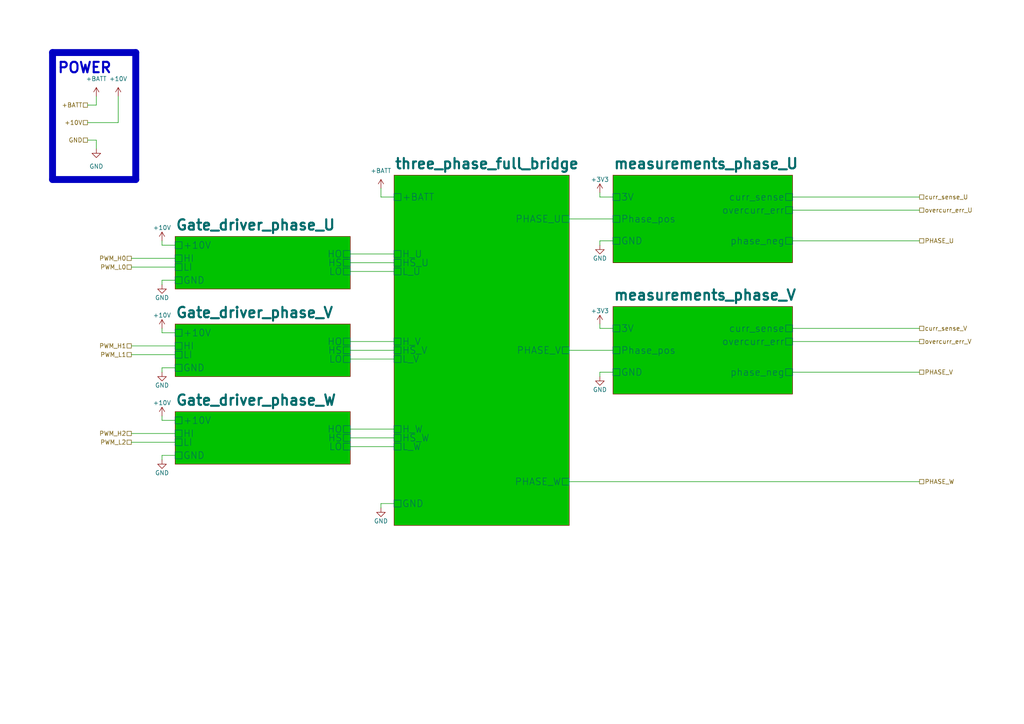
<source format=kicad_sch>
(kicad_sch (version 20211123) (generator eeschema)
  (paper "A4")
  (title_block (title "Powerstage") (date "2022-07-21") (rev "1"))
  (lib_symbols
    (symbol "power:+10V" (power) (pin_names (offset 0))
      (property "Value" "+10V" (at 0 3.556 0))
      (symbol "+10V_0_1"
        (polyline (pts (xy -0.762 1.27) (xy 0 2.54)))
        (polyline (pts (xy 0 0) (xy 0 2.54)))
        (polyline (pts (xy 0 2.54) (xy 0.762 1.27)))
      )
      (symbol "+10V_1_1"
        (pin power_in line (at 0 0 90) (length 0) hide (name "+10V") (number "1"))
      )
    )
    (symbol "power:+3V3" (power) (pin_names (offset 0))
      (property "Value" "+3V3" (at 0 3.556 0))
      (symbol "+3V3_0_1"
        (polyline (pts (xy -0.762 1.27) (xy 0 2.54)))
        (polyline (pts (xy 0 0) (xy 0 2.54)))
        (polyline (pts (xy 0 2.54) (xy 0.762 1.27)))
      )
      (symbol "+3V3_1_1"
        (pin power_in line (at 0 0 90) (length 0) hide (name "+3V3") (number "1"))
      )
    )
    (symbol "power:+BATT" (power) (pin_names (offset 0))
      (property "Value" "+BATT" (at 0 3.556 0))
      (symbol "+BATT_0_1"
        (polyline (pts (xy -0.762 1.27) (xy 0 2.54)))
        (polyline (pts (xy 0 0) (xy 0 2.54)))
        (polyline (pts (xy 0 2.54) (xy 0.762 1.27)))
      )
      (symbol "+BATT_1_1"
        (pin power_in line (at 0 0 90) (length 0) hide (name "+BATT") (number "1"))
      )
    )
    (symbol "power:GND" (power) (pin_names (offset 0))
      (property "Value" "GND" (at 0 -3.81 0))
      (symbol "GND_0_1"
        (polyline (pts (xy 0 0) (xy 0 -1.27) (xy 1.27 -1.27) (xy 0 -2.54) (xy -1.27 -1.27) (xy 0 -1.27)))
      )
      (symbol "GND_1_1"
        (pin power_in line (at 0 0 270) (length 0) hide (name "GND") (number "1"))
      )
    )
  )
  (wire (pts (xy 46.99 96.52) (xy 50.8 96.52)))
  (wire (pts (xy 46.99 71.12) (xy 46.99 69.85)))
  (wire (pts (xy 25.4 35.56) (xy 34.29 35.56)))
  (wire (pts (xy 101.6 73.66) (xy 114.3 73.66)))
  (wire (pts (xy 46.99 132.08) (xy 46.99 133.35)))
  (wire (pts (xy 173.99 95.25) (xy 177.8 95.25)))
  (wire (pts (xy 177.8 69.85) (xy 173.99 69.85)))
  (wire (pts (xy 110.49 146.05) (xy 110.49 147.32)))
  (wire (pts (xy 101.6 129.54) (xy 114.3 129.54)))
  (wire (pts (xy 46.99 96.52) (xy 46.99 95.25)))
  (wire (pts (xy 173.99 55.88) (xy 173.99 57.15)))
  (wire (pts (xy 46.99 71.12) (xy 50.8 71.12)))
  (wire (pts (xy 38.1 74.93) (xy 50.8 74.93)))
  (wire (pts (xy 101.6 101.6) (xy 114.3 101.6)))
  (wire (pts (xy 177.8 107.95) (xy 173.99 107.95)))
  (wire (pts (xy 46.99 132.08) (xy 50.8 132.08)))
  (wire (pts (xy 101.6 127) (xy 114.3 127)))
  (polyline (pts (xy 15.24 15.24) (xy 15.24 52.07)) (stroke (width 2) (type solid)))
  (wire (pts (xy 173.99 107.95) (xy 173.99 109.22)))
  (wire (pts (xy 101.6 124.46) (xy 114.3 124.46)))
  (wire (pts (xy 229.87 57.15) (xy 266.7 57.15)))
  (wire (pts (xy 165.1 101.6) (xy 177.8 101.6)))
  (polyline (pts (xy 15.24 15.24) (xy 39.37 15.24)) (stroke (width 2) (type solid)))
  (wire (pts (xy 110.49 54.61) (xy 110.49 57.15)))
  (wire (pts (xy 38.1 100.33) (xy 50.8 100.33)))
  (wire (pts (xy 101.6 104.14) (xy 114.3 104.14)))
  (wire (pts (xy 38.1 102.87) (xy 50.8 102.87)))
  (wire (pts (xy 110.49 57.15) (xy 114.3 57.15)))
  (wire (pts (xy 46.99 121.92) (xy 46.99 120.65)))
  (wire (pts (xy 46.99 106.68) (xy 46.99 107.95)))
  (wire (pts (xy 229.87 107.95) (xy 266.7 107.95)))
  (wire (pts (xy 229.87 95.25) (xy 266.7 95.25)))
  (wire (pts (xy 25.4 40.64) (xy 27.94 40.64)))
  (wire (pts (xy 38.1 77.47) (xy 50.8 77.47)))
  (polyline (pts (xy 15.24 52.07) (xy 39.37 52.07)) (stroke (width 2) (type solid)))
  (wire (pts (xy 173.99 93.98) (xy 173.99 95.25)))
  (polyline (pts (xy 39.37 52.07) (xy 39.37 15.24)) (stroke (width 2) (type solid)))
  (wire (pts (xy 173.99 57.15) (xy 177.8 57.15)))
  (wire (pts (xy 38.1 128.27) (xy 50.8 128.27)))
  (wire (pts (xy 46.99 121.92) (xy 50.8 121.92)))
  (wire (pts (xy 173.99 69.85) (xy 173.99 71.12)))
  (wire (pts (xy 27.94 27.94) (xy 27.94 30.48)))
  (wire (pts (xy 114.3 146.05) (xy 110.49 146.05)))
  (wire (pts (xy 27.94 40.64) (xy 27.94 43.18)))
  (wire (pts (xy 50.8 81.28) (xy 46.99 81.28)))
  (wire (pts (xy 101.6 76.2) (xy 114.3 76.2)))
  (wire (pts (xy 229.87 60.96) (xy 266.7 60.96)))
  (wire (pts (xy 165.1 63.5) (xy 177.8 63.5)))
  (wire (pts (xy 229.87 99.06) (xy 266.7 99.06)))
  (wire (pts (xy 38.1 125.73) (xy 50.8 125.73)))
  (wire (pts (xy 34.29 35.56) (xy 34.29 27.94)))
  (wire (pts (xy 46.99 106.68) (xy 50.8 106.68)))
  (wire (pts (xy 101.6 78.74) (xy 114.3 78.74)))
  (wire (pts (xy 165.1 139.7) (xy 266.7 139.7)))
  (wire (pts (xy 229.87 69.85) (xy 266.7 69.85)))
  (wire (pts (xy 46.99 81.28) (xy 46.99 82.55)))
  (wire (pts (xy 101.6 99.06) (xy 114.3 99.06)))
  (wire (pts (xy 27.94 30.48) (xy 25.4 30.48)))
  (text "POWER" (at 16.51 21.59 0) (effects (font (size 3 3) bold) (justify left bottom)))
  (hierarchical_label "GND" (shape passive) (at 25.4 40.64 180))
  (hierarchical_label "+10V" (shape passive) (at 25.4 35.56 180))
  (hierarchical_label "PHASE_V" (shape passive) (at 266.7 107.95 0))
  (hierarchical_label "PWM_H0" (shape passive) (at 38.1 74.93 180))
  (hierarchical_label "PWM_H2" (shape passive) (at 38.1 125.73 180))
  (hierarchical_label "PHASE_W" (shape passive) (at 266.7 139.7 0))
  (hierarchical_label "curr_sense_V" (shape passive) (at 266.7 95.25 0))
  (hierarchical_label "overcurr_err_V" (shape passive) (at 266.7 99.06 0))
  (hierarchical_label "PWM_L1" (shape passive) (at 38.1 102.87 180))
  (hierarchical_label "+BATT" (shape passive) (at 25.4 30.48 180))
  (hierarchical_label "PWM_L0" (shape passive) (at 38.1 77.47 180))
  (hierarchical_label "PWM_L2" (shape passive) (at 38.1 128.27 180))
  (hierarchical_label "curr_sense_U" (shape passive) (at 266.7 57.15 0))
  (hierarchical_label "overcurr_err_U" (shape passive) (at 266.7 60.96 0))
  (hierarchical_label "PHASE_U" (shape passive) (at 266.7 69.85 0))
  (hierarchical_label "PWM_H1" (shape passive) (at 38.1 100.33 180))
  (symbol (lib_id "power:+10V") (at 34.29 27.94 0) (unit 1)
    (property "Reference" "#PWR057" (effects hide))
    (property "Value" "+10V" (at 34.29 22.86 0))
  )
  (symbol (lib_id "power:GND") (at 46.99 133.35 0) (unit 1)
    (property "Reference" "#PWR063" (effects hide))
    (property "Value" "GND" (at 46.99 137.16 0))
  )
  (symbol (lib_id "power:GND") (at 173.99 71.12 0) (unit 1)
    (property "Reference" "#PWR067" (effects hide))
    (property "Value" "GND" (at 173.99 74.93 0))
  )
  (symbol (lib_id "power:+BATT") (at 110.49 54.61 0) (unit 1)
    (property "Reference" "#PWR0104" (effects hide))
    (property "Value" "+BATT" (at 110.49 49.53 0))
  )
  (symbol (lib_id "power:+10V") (at 46.99 95.25 0) (unit 1)
    (property "Reference" "#PWR060" (effects hide))
    (property "Value" "+10V" (at 46.99 91.44 0))
  )
  (symbol (lib_id "power:+10V") (at 46.99 69.85 0) (unit 1)
    (property "Reference" "#PWR058" (effects hide))
    (property "Value" "+10V" (at 46.99 66.04 0))
  )
  (symbol (lib_id "power:+10V") (at 46.99 120.65 0) (unit 1)
    (property "Reference" "#PWR062" (effects hide))
    (property "Value" "+10V" (at 46.99 116.84 0))
  )
  (symbol (lib_id "power:GND") (at 110.49 147.32 0) (unit 1)
    (property "Reference" "#PWR065" (effects hide))
    (property "Value" "GND" (at 110.49 151.13 0))
  )
  (symbol (lib_id "power:GND") (at 46.99 82.55 0) (unit 1)
    (property "Reference" "#PWR059" (effects hide))
    (property "Value" "GND" (at 46.99 86.36 0))
  )
  (symbol (lib_id "power:+3V3") (at 173.99 93.98 0) (unit 1)
    (property "Reference" "#PWR068" (effects hide))
    (property "Value" "+3V3" (at 173.99 90.17 0))
  )
  (symbol (lib_id "power:GND") (at 173.99 109.22 0) (unit 1)
    (property "Reference" "#PWR069" (effects hide))
    (property "Value" "GND" (at 173.99 113.03 0))
  )
  (symbol (lib_id "power:GND") (at 46.99 107.95 0) (unit 1)
    (property "Reference" "#PWR061" (effects hide))
    (property "Value" "GND" (at 46.99 111.76 0))
  )
  (symbol (lib_id "power:+3V3") (at 173.99 55.88 0) (unit 1)
    (property "Reference" "#PWR066" (effects hide))
    (property "Value" "+3V3" (at 173.99 52.07 0))
  )
  (symbol (lib_id "power:GND") (at 27.94 43.18 0) (unit 1)
    (property "Reference" "#PWR056" (effects hide))
    (property "Value" "GND" (at 27.94 48.26 0))
  )
  (symbol (lib_id "power:+BATT") (at 27.94 27.94 0) (unit 1)
    (property "Reference" "#PWR0105" (effects hide))
    (property "Value" "+BATT" (at 27.94 22.86 0))
  )
  (sheet (at 177.8 88.9) (size 52.07 25.4) (stroke (width 0.1524)) (fill (color 0 194 0 1.0000))
    (property "Sheet name" "measurements_phase_V" (at 177.8 87.3234 0) (effects (font (size 3 3) bold) (justify left bottom)))
    (property "Sheet file" "measurements_phase_V.kicad_sch" (effects hide))
    (pin "GND" passive (at 177.8 107.95 180) (effects (font (size 2 2))))
    (pin "3V" passive (at 177.8 95.25 180) (effects (font (size 2 2))))
    (pin "phase_neg" passive (at 229.87 107.95 0) (effects (font (size 2 2))))
    (pin "curr_sense" passive (at 229.87 95.25 0) (effects (font (size 2 2))))
    (pin "overcurr_err" passive (at 229.87 99.06 0) (effects (font (size 2 2))))
    (pin "Phase_pos" passive (at 177.8 101.6 180) (effects (font (size 2 2))))
  )
  (sheet (at 114.3 50.8) (size 50.8 101.6) (stroke (width 0.1524)) (fill (color 0 194 0 1.0000))
    (property "Sheet name" "three_phase_full_bridge" (at 114.3 49.2234 0) (effects (font (size 3 3) bold) (justify left bottom)))
    (property "Sheet file" "three_phase_full_bridge.kicad_sch" (effects hide))
    (pin "H_V" passive (at 114.3 99.06 180) (effects (font (size 2 2))))
    (pin "HS_V" passive (at 114.3 101.6 180) (effects (font (size 2 2))))
    (pin "L_V" passive (at 114.3 104.14 180) (effects (font (size 2 2))))
    (pin "PHASE_V" passive (at 165.1 101.6 0) (effects (font (size 2 2))))
    (pin "H_U" passive (at 114.3 73.66 180) (effects (font (size 2 2))))
    (pin "HS_U" passive (at 114.3 76.2 180) (effects (font (size 2 2))))
    (pin "+BATT" passive (at 114.3 57.15 180) (effects (font (size 2 2))))
    (pin "L_U" passive (at 114.3 78.74 180) (effects (font (size 2 2))))
    (pin "GND" passive (at 114.3 146.05 180) (effects (font (size 2 2))))
    (pin "PHASE_U" passive (at 165.1 63.5 0) (effects (font (size 2 2))))
    (pin "L_W" passive (at 114.3 129.54 180) (effects (font (size 2 2))))
    (pin "PHASE_W" passive (at 165.1 139.7 0) (effects (font (size 2 2))))
    (pin "HS_W" passive (at 114.3 127 180) (effects (font (size 2 2))))
    (pin "H_W" passive (at 114.3 124.46 180) (effects (font (size 2 2))))
  )
  (sheet (at 50.8 68.58) (size 50.8 15.24) (stroke (width 0.1524)) (fill (color 0 194 0 1.0000))
    (property "Sheet name" "Gate_driver_phase_U" (at 50.8 67.0034 0) (effects (font (size 3 3) bold) (justify left bottom)))
    (property "Sheet file" "Gate_driver_phase_U.kicad_sch" (effects hide))
    (pin "HS" passive (at 101.6 76.2 0) (effects (font (size 2 2))))
    (pin "LO" passive (at 101.6 78.74 0) (effects (font (size 2 2))))
    (pin "HO" passive (at 101.6 73.66 0) (effects (font (size 2 2))))
    (pin "LI" passive (at 50.8 77.47 180) (effects (font (size 2 2))))
    (pin "GND" passive (at 50.8 81.28 180) (effects (font (size 2 2))))
    (pin "+10V" passive (at 50.8 71.12 180) (effects (font (size 2 2))))
    (pin "HI" passive (at 50.8 74.93 180) (effects (font (size 2 2))))
  )
  (sheet (at 50.8 93.98) (size 50.8 15.24) (stroke (width 0.1524)) (fill (color 0 194 0 1.0000))
    (property "Sheet name" "Gate_driver_phase_V" (at 50.8 92.4034 0) (effects (font (size 3 3) bold) (justify left bottom)))
    (property "Sheet file" "Gate_driver_phase_V.kicad_sch" (effects hide))
    (pin "HS" passive (at 101.6 101.6 0) (effects (font (size 2 2))))
    (pin "LO" passive (at 101.6 104.14 0) (effects (font (size 2 2))))
    (pin "HO" passive (at 101.6 99.06 0) (effects (font (size 2 2))))
    (pin "LI" passive (at 50.8 102.87 180) (effects (font (size 2 2))))
    (pin "GND" passive (at 50.8 106.68 180) (effects (font (size 2 2))))
    (pin "+10V" passive (at 50.8 96.52 180) (effects (font (size 2 2))))
    (pin "HI" passive (at 50.8 100.33 180) (effects (font (size 2 2))))
  )
  (sheet (at 177.8 50.8) (size 52.07 25.4) (stroke (width 0.1524)) (fill (color 0 194 0 1.0000))
    (property "Sheet name" "measurements_phase_U" (at 177.8 49.2234 0) (effects (font (size 3 3) bold) (justify left bottom)))
    (property "Sheet file" "measurements_phase_U.kicad_sch" (effects hide))
    (pin "GND" passive (at 177.8 69.85 180) (effects (font (size 2 2))))
    (pin "3V" passive (at 177.8 57.15 180) (effects (font (size 2 2))))
    (pin "phase_neg" passive (at 229.87 69.85 0) (effects (font (size 2 2))))
    (pin "curr_sense" passive (at 229.87 57.15 0) (effects (font (size 2 2))))
    (pin "overcurr_err" passive (at 229.87 60.96 0) (effects (font (size 2 2))))
    (pin "Phase_pos" passive (at 177.8 63.5 180) (effects (font (size 2 2))))
  )
  (sheet (at 50.8 119.38) (size 50.8 15.24) (stroke (width 0.1524)) (fill (color 0 194 0 1.0000))
    (property "Sheet name" "Gate_driver_phase_W" (at 50.8 117.8034 0) (effects (font (size 3 3) bold) (justify left bottom)))
    (property "Sheet file" "Gate_driver_phase_W.kicad_sch" (effects hide))
    (pin "HS" passive (at 101.6 127 0) (effects (font (size 2 2))))
    (pin "LO" passive (at 101.6 129.54 0) (effects (font (size 2 2))))
    (pin "HO" passive (at 101.6 124.46 0) (effects (font (size 2 2))))
    (pin "LI" passive (at 50.8 128.27 180) (effects (font (size 2 2))))
    (pin "GND" passive (at 50.8 132.08 180) (effects (font (size 2 2))))
    (pin "+10V" passive (at 50.8 121.92 180) (effects (font (size 2 2))))
    (pin "HI" passive (at 50.8 125.73 180) (effects (font (size 2 2))))
  )
)
</source>
